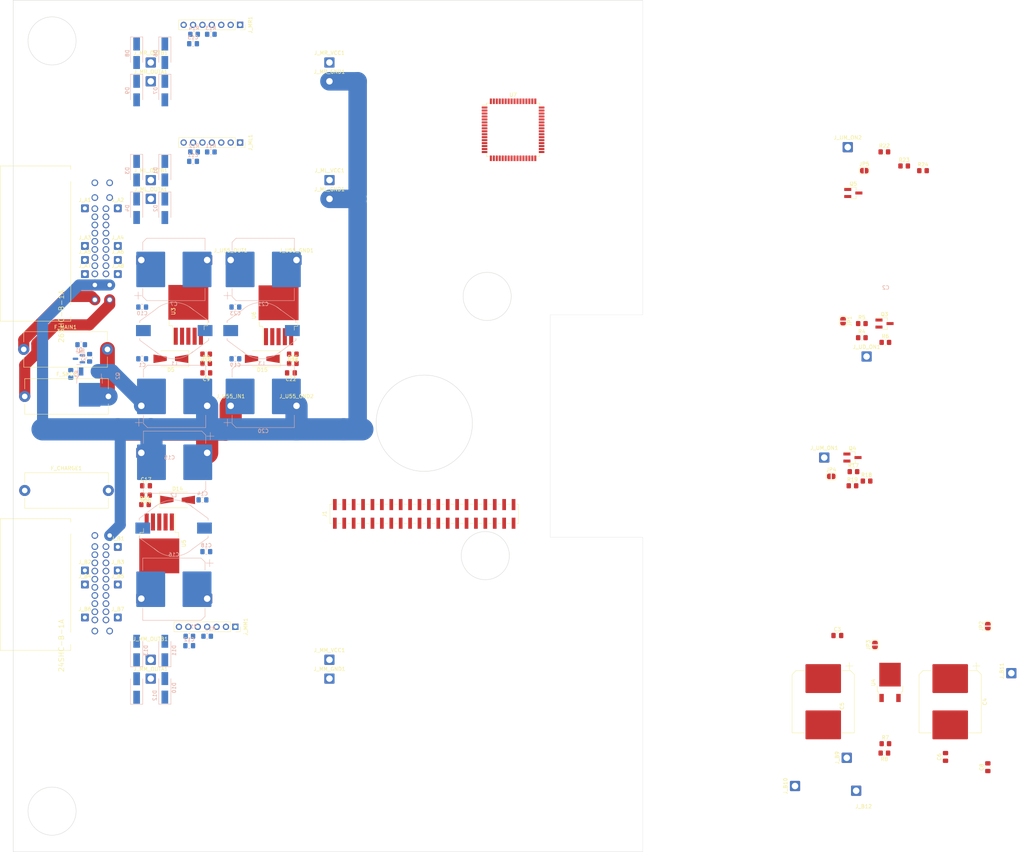
<source format=kicad_pcb>
(kicad_pcb (version 20211014) (generator pcbnew)
  (layers (0 "F.Cu" signal) (31 "B.Cu" signal) (34 "B.Paste" user) (35 "F.Paste" user) (36 "B.SilkS" user "B.Silkscreen") (37 "F.SilkS" user "F.Silkscreen") (38 "B.Mask" user) (39 "F.Mask" user) (44 "Edge.Cuts" user))
  (net 0 "")
  (net 1 "GNDPWR")
  (net 2 "Net-(J_A5-Pad1)")
  (net 3 "Net-(J_A6-Pad1)")
  (net 4 "Net-(J_B4-Pad1)")
  (net 5 "GNDD")
  (net 6 "UB")
  (net 7 "S_PON")
  (net 8 "MR_P")
  (net 9 "MR_N")
  (net 10 "ML_P")
  (net 11 "ML_N")
  (net 12 "U5SW")
  (net 13 "SIG1")
  (net 14 "SIG2")
  (net 15 "QUAD_L")
  (net 16 "A12_YELLOW")
  (net 17 "A13_BLACK")
  (net 18 "A14_RED")
  (net 19 "MAIN_BAT_SENSOR")
  (net 20 "SEC_BAT_SENSOR")
  (net 21 "Net-(F_MAIN1-Pad1)")
  (net 22 "Net-(F_SEC1-Pad1)")
  (net 23 "Net-(F_CHARGE1-Pad1)")
  (net 24 "BUZZER")
  (net 25 "BUMPER_BACK")
  (net 26 "BUMPER_LEFT")
  (net 27 "BUMPER_FRONT")
  (net 28 "BUMPER_RIGHt")
  (net 29 "COIL_YELLOW")
  (net 30 "COIL_BLUE")
  (net 31 "CONTACT_L")
  (net 32 "CONTACT_R")
  (net 33 "STOPSW_1")
  (net 34 "STOPSW_2")
  (net 35 "MM_P")
  (net 36 "MM_N")
  (net 37 "Net-(JP1-Pad2)")
  (net 38 "Net-(JP1-Pad1)")
  (net 39 "U_BAT_SW")
  (net 40 "Net-(C5-Pad1)")
  (net 41 "VCC")
  (net 42 "Net-(C9-Pad1)")
  (net 43 "U_CHARGE")
  (net 44 "Net-(J_A1-Pad1)")
  (net 45 "Net-(J_A2-Pad1)")
  (net 46 "Net-(J_A3-Pad1)")
  (net 47 "Net-(J_A4-Pad1)")
  (net 48 "Net-(J_A7-Pad1)")
  (net 49 "Net-(J_A8-Pad1)")
  (net 50 "Net-(J_B1-Pad1)")
  (net 51 "Net-(J_B2-Pad1)")
  (net 52 "Net-(J_B3-Pad1)")
  (net 53 "Net-(J_B5-Pad1)")
  (net 54 "Net-(J_B6-Pad1)")
  (net 55 "Net-(J_B7-Pad1)")
  (net 56 "ON_U24")
  (net 57 "Net-(R7-Pad2)")
  (net 58 "ML_CS")
  (net 59 "Net-(D5-Pad1)")
  (net 60 "ML_PWM")
  (net 61 "ML_INB")
  (net 62 "ML_INA")
  (net 63 "ML_EN")
  (net 64 "M_VCC")
  (net 65 "U_DRIVE")
  (net 66 "MR_CS")
  (net 67 "MM_CS")
  (net 68 "U_MOWER")
  (net 69 "MR_PWM")
  (net 70 "MR_INB")
  (net 71 "MR_INA")
  (net 72 "MR_EN")
  (net 73 "MM_PWM")
  (net 74 "MM_INB")
  (net 75 "MM_INA")
  (net 76 "MM_EN")
  (net 77 "Net-(J_ML1-Pad4)")
  (net 78 "Net-(J_MM1-Pad4)")
  (net 79 "Net-(J_MR1-Pad4)")
  (net 80 "Net-(C17-Pad1)")
  (net 81 "Net-(D14-Pad1)")
  (net 82 "Net-(JP4-Pad1)")
  (net 83 "Net-(JP4-Pad2)")
  (net 84 "U_55")
  (net 85 "Net-(C22-Pad1)")
  (net 86 "Net-(D15-Pad1)")
  (net 87 "Net-(JP5-Pad1)")
  (net 88 "Net-(JP5-Pad2)")
  (net 89 "Net-(Q1-Pad3)")
  (net 90 "Net-(Q1-Pad1)")
  (footprint "Connector_Wire:SolderWire-1sqmm_1x01_D1.4mm_OD2.7mm" (layer "F.Cu") (at 57.15 198.12)
    (fp_text reference "J_MM_OUTB1")
    (fp_text value "~")
  )
  (footprint "Connector_Wire:SolderWire-0.5sqmm_1x01_D0.9mm_OD2.1mm" (layer "F.Cu") (at 39.37 93.98)
    (fp_text reference "J_A7")
    (fp_text value "~")
  )
  (footprint "Capacitor_SMD:C_0805_2012Metric_Pad1.18x1.45mm_HandSolder" (layer "F.Cu") (at 283.21 227.13 90)
    (fp_text reference "C8")
    (fp_text value "0.1")
  )
  (footprint "Resistor_SMD:R_0805_2012Metric_Pad1.20x1.40mm_HandSolder" (layer "F.Cu") (at 246.92 147.32)
    (fp_text reference "R17")
    (fp_text value "~")
  )
  (footprint "Resistor_SMD:R_0805_2012Metric_Pad1.20x1.40mm_HandSolder" (layer "F.Cu") (at 249.19 111.14)
    (fp_text reference "R4")
    (fp_text value "10k")
  )
  (footprint "Connector_Wire:SolderWire-0.5sqmm_1x01_D0.9mm_OD2.1mm" (layer "F.Cu") (at 39.37 76.2)
    (fp_text reference "J_A1")
    (fp_text value "Conn_01x01_Female" hide)
  )
  (footprint "Connector_Wire:SolderWire-1sqmm_1x01_D1.4mm_OD2.7mm" (layer "F.Cu") (at 57.15 36.83)
    (fp_text reference "J_MR_OUTB1")
    (fp_text value "~")
  )
  (footprint "Connector_Wire:SolderWire-1sqmm_1x01_D1.4mm_OD2.7mm" (layer "F.Cu") (at 231.14 232.21 90)
    (fp_text reference "J_B10")
    (fp_text value "~")
  )
  (footprint "" (layer "F.Cu") (at 143.02 146.241075 -90)
    (fp_text reference "")
    (fp_text value "")
  )
  (footprint "Connector_Wire:SolderWire-0.5sqmm_1x01_D0.9mm_OD2.1mm" (layer "F.Cu") (at 39.37 177.8)
    (fp_text reference "J_B4")
    (fp_text value "~")
  )
  (footprint "Package_QFP:TQFP-64_14x14mm_P0.8mm" (layer "F.Cu") (at 155 55)
    (fp_text reference "U7")
    (fp_text value "ATmega128A-A")
  )
  (footprint "Capacitor_SMD:C_0805_2012Metric_Pad1.18x1.45mm_HandSolder" (layer "F.Cu") (at 72.1575 120.65 180)
    (fp_text reference "C9")
    (fp_text value "560pF")
  )
  (footprint "" (layer "F.Cu") (at 143.02 122.241075 -90)
    (fp_text reference "")
    (fp_text value "")
  )
  (footprint "Capacitor_SMD:C_0805_2012Metric_Pad1.18x1.45mm_HandSolder" (layer "F.Cu") (at 271.78 224.3575 90)
    (fp_text reference "C6")
    (fp_text value "0.1")
  )
  (footprint "Connector_PinSocket_2.54mm:PinSocket_1x07_P2.54mm_Vertical" (layer "F.Cu") (at 81.28 26.67 -90)
    (fp_text reference "J_MR1")
    (fp_text value "~")
  )
  (footprint "Connector_Wire:SolderWire-1sqmm_1x01_D1.4mm_OD2.7mm" (layer "F.Cu") (at 57.17 73.66)
    (fp_text reference "J_ML_OUTA1")
    (fp_text value "~")
  )
  (footprint "Connector_Wire:SolderWire-1sqmm_1x01_D1.4mm_OD2.7mm" (layer "F.Cu") (at 289.56 201.73 90)
    (fp_text reference "J_B11")
    (fp_text value "~")
  )
  (footprint "Package_TO_SOT_SMD:TO-252-2" (layer "F.Cu") (at 256.795 204.235 90)
    (fp_text reference "U4")
    (fp_text value "LM317_TO-252")
  )
  (footprint "Connector_Wire:SolderWire-1sqmm_1x01_D1.4mm_OD2.7mm" (layer "F.Cu") (at 72.39 142.24 180)
    (fp_text reference "J_UM_IN1" hide)
    (fp_text value "~")
  )
  (footprint "" (layer "F.Cu") (at 119.02 146.241075 -90)
    (fp_text reference "")
    (fp_text value "")
  )
  (footprint "Connector_Wire:SolderWire-1sqmm_1x01_D1.4mm_OD2.7mm" (layer "F.Cu") (at 72.39 90.17 -90)
    (fp_text reference "J_UD_GND2" hide)
    (fp_text value "~")
  )
  (footprint "Connector_PinSocket_2.54mm:PinSocket_1x07_P2.54mm_Vertical" (layer "F.Cu") (at 81.28 58.445 -90)
    (fp_text reference "J_ML1")
    (fp_text value "Conn_01x07" hide)
  )
  (footprint "Connector_Wire:SolderWire-1sqmm_1x01_D1.4mm_OD2.7mm" (layer "F.Cu") (at 245.11 224.59 90)
    (fp_text reference "J_B9")
    (fp_text value "~")
  )
  (footprint "Connector_Wire:SolderWire-0.5sqmm_1x01_D0.9mm_OD2.1mm" (layer "F.Cu") (at 39.37 86.36)
    (fp_text reference "J_A3")
    (fp_text value "~")
  )
  (footprint "Connector_Wire:SolderWire-0.5sqmm_1x01_D0.9mm_OD2.1mm" (layer "F.Cu") (at 48.26 173.99)
    (fp_text reference "J_B3")
    (fp_text value "~")
  )
  (footprint "Fuse:Fuseholder_Cylinder-5x20mm_Stelvio-Kontek_PTF78_Horizontal_Open" (layer "F.Cu") (at 23.12 127)
    (fp_text reference "F_SEC1")
    (fp_text value "6A")
  )
  (footprint "Package_TO_SOT_SMD:SOT-23_Handsoldering" (layer "F.Cu") (at 255.31 107.33)
    (fp_text reference "Q3")
    (fp_text value "BC847")
  )
  (footprint "Diode_SMD:D_SMA-SMB_Universal_Handsoldering" (layer "F.Cu") (at 64.41 154.94)
    (fp_text reference "D14")
    (fp_text value "~")
  )
  (footprint "Connector_PinSocket_2.54mm:PinSocket_2x20_P2.54mm_Vertical_SMD" (layer "F.Cu") (at 130.999711 158.73 90)
    (fp_text reference "J1")
    (fp_text value "RPi_GPIO")
  )
  (footprint "Connector_Wire:SolderWire-1sqmm_1x01_D1.4mm_OD2.7mm" (layer "F.Cu") (at 54.61 181.61 180)
    (fp_text reference "J_UM_GND2" hide)
    (fp_text value "~")
  )
  (footprint "Connector_Wire:SolderWire-1sqmm_1x01_D1.4mm_OD2.7mm" (layer "F.Cu") (at 105.41 198.12)
    (fp_text reference "J_MM_VCC1")
    (fp_text value "~")
  )
  (footprint "Connector_Wire:SolderWire-1sqmm_1x01_D1.4mm_OD2.7mm" (layer "F.Cu") (at 78.74 129.54)
    (fp_text reference "J_U55_IN1")
    (fp_text value "~")
  )
  (footprint "24SHC-B-1A:24SHC-B-1A" (layer "F.Cu") (at 35.56 162.56 90)
    (fp_text reference "U2")
    (fp_text value "24SHC-B-1A")
  )
  (footprint "Capacitor_SMD:C_0805_2012Metric_Pad1.18x1.45mm_HandSolder" (layer "F.Cu") (at 242.57 191.57)
    (fp_text reference "C3")
    (fp_text value "0.1")
  )
  (footprint "Capacitor_SMD:C_0805_2012Metric_Pad1.18x1.45mm_HandSolder" (layer "F.Cu") (at 95.0175 120.65 180)
    (fp_text reference "C22")
    (fp_text value "~")
  )
  (footprint "Connector_Wire:SolderWire-1sqmm_1x01_D1.4mm_OD2.7mm" (layer "F.Cu") (at 57.15 203.2)
    (fp_text reference "J_MM_OUTA1")
    (fp_text value "~")
  )
  (footprint "Connector_Wire:SolderWire-0.5sqmm_1x01_D0.9mm_OD2.1mm" (layer "F.Cu") (at 39.37 90.17)
    (fp_text reference "J_A5")
    (fp_text value "~")
  )
  (footprint "Resistor_SMD:R_0805_2012Metric_Pad1.20x1.40mm_HandSolder" (layer "F.Cu") (at 246.65 151.13)
    (fp_text reference "R19")
    (fp_text value "~")
  )
  (footprint "Connector_Wire:SolderWire-0.5sqmm_1x01_D0.9mm_OD2.1mm" (layer "F.Cu") (at 48.26 76.2)
    (fp_text reference "J_A2")
    (fp_text value "~")
  )
  (footprint "Connector_Wire:SolderWire-1sqmm_1x01_D1.4mm_OD2.7mm" (layer "F.Cu") (at 96.52 90.17)
    (fp_text reference "J_U55_GND1")
    (fp_text value "~")
  )
  (footprint "Connector_Wire:SolderWire-1sqmm_1x01_D1.4mm_OD2.7mm" (layer "F.Cu") (at 105.41 41.91)
    (fp_text reference "J_MR_GND1")
    (fp_text value "~")
  )
  (footprint "" (layer "F.Cu") (at 102.02 109.741075 -90)
    (fp_text reference "")
    (fp_text value "")
  )
  (footprint "Resistor_SMD:R_0805_2012Metric_Pad1.20x1.40mm_HandSolder" (layer "F.Cu") (at 255.54 220.78)
    (fp_text reference "R7")
    (fp_text value "~")
  )
  (footprint "Resistor_SMD:R_0805_2012Metric_Pad1.20x1.40mm_HandSolder" (layer "F.Cu") (at 55.61 156.21)
    (fp_text reference "R21")
    (fp_text value "~")
  )
  (footprint "Jumper:SolderJumper-2_P1.3mm_Open_RoundedPad1.0x1.5mm" (layer "F.Cu") (at 249.84 66.04)
    (fp_text reference "JP5")
    (fp_text value "~")
  )
  (footprint "Connector_Wire:SolderWire-1sqmm_1x01_D1.4mm_OD2.7mm" (layer "F.Cu") (at 245.38 59.69)
    (fp_text reference "J_UM_ON2")
    (fp_text value "~")
  )
  (footprint "Connector_Wire:SolderWire-0.5sqmm_1x01_D0.9mm_OD2.1mm" (layer "F.Cu") (at 48.26 186.69)
    (fp_text reference "J_B7")
    (fp_text value "~")
  )
  (footprint "Connector_Wire:SolderWire-1sqmm_1x01_D1.4mm_OD2.7mm" (layer "F.Cu") (at 54.61 90.17 -90)
    (fp_text reference "J_UD_OUT1" hide)
    (fp_text value "~")
  )
  (footprint "Connector_PinSocket_2.54mm:PinSocket_1x07_P2.54mm_Vertical" (layer "F.Cu") (at 80.01 189.23 -90)
    (fp_text reference "J_MM1")
    (fp_text value "~")
  )
  (footprint "" (layer "F.Cu") (at 102.02 158.741075 -90)
    (fp_text reference "")
    (fp_text value "")
  )
  (footprint "" (layer "F.Cu") (at 119.02 122.241075 -90)
    (fp_text reference "")
    (fp_text value "")
  )
  (footprint "Resistor_SMD:R_0805_2012Metric_Pad1.20x1.40mm_HandSolder" (layer "F.Cu") (at 72.12 115.57 180)
    (fp_text reference "R10")
    (fp_text value "~")
  )
  (footprint "Jumper:SolderJumper-2_P1.3mm_Open_RoundedPad1.0x1.5mm" (layer "F.Cu") (at 252.73 194.11 90)
    (fp_text reference "JP3")
    (fp_text value "~")
  )
  (footprint "Jumper:SolderJumper-2_P1.3mm_Open_RoundedPad1.0x1.5mm" (layer "F.Cu") (at 240.92 148.59)
    (fp_text reference "JP4")
    (fp_text value "~")
  )
  (footprint "Resistor_SMD:R_0805_2012Metric_Pad1.20x1.40mm_HandSolder" (layer "F.Cu") (at 255.54 112.41)
    (fp_text reference "R6")
    (fp_text value "100k")
  )
  (footprint "Capacitor_SMD:CP_Elec_16x17.5" (layer "F.Cu") (at 273.05 209.45 -90)
    (fp_text reference "C4")
    (fp_text value "~")
  )
  (footprint "Connector_Wire:SolderWire-0.5sqmm_1x01_D0.9mm_OD2.1mm" (layer "F.Cu") (at 48.26 167.64)
    (fp_text reference "J_B1")
    (fp_text value "~")
  )
  (footprint "Capacitor_SMD:C_0805_2012Metric_Pad1.18x1.45mm_HandSolder" (layer "F.Cu") (at 55.88 151.13)
    (fp_text reference "C17")
    (fp_text value "~")
  )
  (footprint "Connector_Wire:SolderWire-1sqmm_1x01_D1.4mm_OD2.7mm" (layer "F.Cu") (at 72.39 129.54 -90)
    (fp_text reference "J_UD_GND1" hide)
    (fp_text value "~")
  )
  (footprint "Resistor_SMD:R_0805_2012Metric_Pad1.20x1.40mm_HandSolder" (layer "F.Cu") (at 255.27 60.96)
    (fp_text reference "R22")
    (fp_text value "~")
  )
  (footprint "Connector_Wire:SolderWire-1sqmm_1x01_D1.4mm_OD2.7mm" (layer "F.Cu") (at 250.46 116.22)
    (fp_text reference "J_UD_ON1")
    (fp_text value "~")
  )
  (footprint "Connector_Wire:SolderWire-0.5sqmm_1x01_D0.9mm_OD2.1mm" (layer "F.Cu") (at 48.26 86.36)
    (fp_text reference "J_A4")
    (fp_text value "~")
  )
  (footprint "Connector_Wire:SolderWire-1sqmm_1x01_D1.4mm_OD2.7mm" (layer "F.Cu") (at 105.43 68.58)
    (fp_text reference "J_ML_VCC1")
    (fp_text value "~")
  )
  (footprint "Resistor_SMD:R_0805_2012Metric_Pad1.20x1.40mm_HandSolder" (layer "F.Cu") (at 260.62 64.77)
    (fp_text reference "R23")
    (fp_text value "~")
  )
  (footprint "Resistor_SMD:R_0805_2012Metric_Pad1.20x1.40mm_HandSolder" (layer "F.Cu") (at 255.27 223.32 180)
    (fp_text reference "R8")
    (fp_text value "~")
  )
  (footprint "Connector_Wire:SolderWire-0.5sqmm_1x01_D0.9mm_OD2.1mm" (layer "F.Cu") (at 39.37 186.69)
    (fp_text reference "J_B6")
    (fp_text value "~")
  )
  (footprint "Connector_Wire:SolderWire-1sqmm_1x01_D1.4mm_OD2.7mm" (layer "F.Cu") (at 105.43 73.66)
    (fp_text reference "J_ML_GND1")
    (fp_text value "~")
  )
  (footprint "Connector_Wire:SolderWire-1sqmm_1x01_D1.4mm_OD2.7mm" (layer "F.Cu") (at 247.65 233.48)
    (fp_text reference "J_B12")
    (fp_text value "~")
  )
  (footprint "Connector_Wire:SolderWire-1sqmm_1x01_D1.4mm_OD2.7mm" (layer "F.Cu") (at 57.15 41.91)
    (fp_text reference "J_MR_OUTA1")
    (fp_text value "~")
  )
  (footprint "" (layer "F.Cu") (at 160.02 109.741075 -90)
    (fp_text reference "")
    (fp_text value "")
  )
  (footprint "Connector_Wire:SolderWire-1sqmm_1x01_D1.4mm_OD2.7mm" (layer "F.Cu") (at 54.61 142.24 180)
    (fp_text reference "J_UM_GND1" hide)
    (fp_text value "~")
  )
  (footprint "Connector_Wire:SolderWire-1sqmm_1x01_D1.4mm_OD2.7mm" (layer "F.Cu") (at 54.61 129.54 -90)
    (fp_text reference "J_UD_IN1" hide)
    (fp_text value "~")
  )
  (footprint "Resistor_SMD:R_0805_2012Metric_Pad1.20x1.40mm_HandSolder" (layer "F.Cu") (at 250.46 149.86)
    (fp_text reference "R18")
    (fp_text value "~")
  )
  (footprint "26SHC-B-1A:26SHC-B-1A" (layer "F.Cu") (at 35.56 67.31 90)
    (fp_text reference "U1")
    (fp_text value "26SHC-B-1A")
  )
  (footprint "Connector_Wire:SolderWire-0.5sqmm_1x01_D0.9mm_OD2.1mm" (layer "F.Cu") (at 48.26 93.98)
    (fp_text reference "J_A8")
    (fp_text value "~")
  )
  (footprint "Resistor_SMD:R_0805_2012Metric_Pad1.20x1.40mm_HandSolder" (layer "F.Cu") (at 249.19 107.33)
    (fp_text reference "R5")
    (fp_text value "47k")
  )
  (footprint "Capacitor_SMD:CP_Elec_16x17.5" (layer "F.Cu") (at 238.76 209.45 -90)
    (fp_text reference "C5")
    (fp_text value "~")
  )
  (footprint "Connector_Wire:SolderWire-0.5sqmm_1x01_D0.9mm_OD2.1mm" (layer "F.Cu") (at 39.37 173.99)
    (fp_text reference "J_B2")
    (fp_text value "~")
  )
  (footprint "Package_TO_SOT_SMD:TO-263-5_TabPin3" (layer "F.Cu") (at 91.675 105.09 90)
    (fp_text reference "U6")
    (fp_text value "~")
  )
  (footprint "Connector_Wire:SolderWire-1sqmm_1x01_D1.4mm_OD2.7mm" (layer "F.Cu") (at 78.74 90.17)
    (fp_text reference "J_U55_OUT1")
    (fp_text value "~")
  )
  (footprint "Package_TO_SOT_SMD:SOT-23_Handsoldering" (layer "F.Cu") (at 246.65 143.51)
    (fp_text reference "Q4")
    (fp_text value "~")
  )
  (footprint "Connector_Wire:SolderWire-1sqmm_1x01_D1.4mm_OD2.7mm" (layer "F.Cu") (at 96.52 129.54)
    (fp_text reference "J_U55_GND2")
    (fp_text value "~")
  )
  (footprint "Connector_Wire:SolderWire-0.5sqmm_1x01_D0.9mm_OD2.1mm" (layer "F.Cu") (at 48.26 177.8)
    (fp_text reference "J_B5")
    (fp_text value "~")
  )
  (footprint "Resistor_SMD:R_0805_2012Metric_Pad1.20x1.40mm_HandSolder" (layer "F.Cu") (at 95.52 118.11)
    (fp_text reference "R25")
    (fp_text value "~")
  )
  (footprint "Resistor_SMD:R_0805_2012Metric_Pad1.20x1.40mm_HandSolder" (layer "F.Cu") (at 265.7 66.04)
    (fp_text reference "R24")
    (fp_text value "~")
  )
  (footprint "Jumper:SolderJumper-2_P1.3mm_Open_RoundedPad1.0x1.5mm" (layer "F.Cu") (at 283.21 189.03 90)
    (fp_text reference "JP2")
    (fp_text value "SolderJumper_2_Open")
  )
  (footprint "Connector_Wire:SolderWire-1sqmm_1x01_D1.4mm_OD2.7mm" (layer "F.Cu") (at 72.39 181.61 180)
    (fp_text reference "J_UM_OUT1" hide)
    (fp_text value "~")
  )
  (footprint "Diode_SMD:D_SMA-SMB_Universal_Handsoldering" (layer "F.Cu") (at 62.59 116.84 180)
    (fp_text reference "D5")
    (fp_text value "~")
  )
  (footprint "" (layer "F.Cu") (at 160.02 158.741075 -90)
    (fp_text reference "")
    (fp_text value "")
  )
  (footprint "Package_TO_SOT_SMD:TO-263-5_TabPin3" (layer "F.Cu") (at 59.455 166.69 -90)
    (fp_text reference "U5")
    (fp_text value "~")
  )
  (footprint "Fuse:Fuseholder_Cylinder-5x20mm_Stelvio-Kontek_PTF78_Horizontal_Open" (layer "F.Cu") (at 22.86 114.3)
    (fp_text reference "F_MAIN1")
    (fp_text value "6A")
  )
  (footprint "Connector_Wire:SolderWire-1sqmm_1x01_D1.4mm_OD2.7mm" (layer "F.Cu") (at 57.17 68.58)
    (fp_text reference "J_ML_OUTB1")
    (fp_text value "~")
  )
  (footprint "Jumper:SolderJumper-2_P1.3mm_Open_RoundedPad1.0x1.5mm" (layer "F.Cu") (at 244.11 106.68 -90)
    (fp_text reference "JP1")
    (fp_text value "SolderJumper_2_Open")
  )
  (footprint "Connector_Wire:SolderWire-1sqmm_1x01_D1.4mm_OD2.7mm" (layer "F.Cu") (at 105.41 203.2)
    (fp_text reference "J_MM_GND1")
    (fp_text value "~")
  )
  (footprint "Diode_SMD:D_SMA-SMB_Universal_Handsoldering" (layer "F.Cu") (at 87.27 116.84 180)
    (fp_text reference "D15")
    (fp_text value "~")
  )
  (footprint "Resistor_SMD:R_0805_2012Metric_Pad1.20x1.40mm_HandSolder" (layer "F.Cu") (at 72.12 118.11)
    (fp_text reference "R9")
    (fp_text value "~")
  )
  (footprint "Package_TO_SOT_SMD:TO-263-5_TabPin3" (layer "F.Cu") (at 67.31 104.975 90)
    (fp_text reference "U3")
    (fp_text value "LM2596S-ADJ")
  )
  (footprint "Resistor_SMD:R_0805_2012Metric_Pad1.20x1.40mm_HandSolder" (layer "F.Cu") (at 95.52 115.57 180)
    (fp_text reference "R26")
    (fp_text value "~")
  )
  (footprint "Connector_Wire:SolderWire-0.5sqmm_1x01_D0.9mm_OD2.1mm" (layer "F.Cu") (at 48.26 90.17)
    (fp_text reference "J_A6")
    (fp_text value "~")
  )
  (footprint "Connector_Wire:SolderWire-1sqmm_1x01_D1.4mm_OD2.7mm" (layer "F.Cu") (at 239.03 143.51)
    (fp_text reference "J_UM_ON1")
    (fp_text value "~")
  )
  (footprint "Resistor_SMD:R_0805_2012Metric_Pad1.20x1.40mm_HandSolder" (layer "F.Cu") (at 55.88 153.67 180)
    (fp_text reference "R20")
    (fp_text value "~")
  )
  (footprint "Package_TO_SOT_SMD:SOT-23_Handsoldering" (layer "F.Cu") (at 246.88 72.07)
    (fp_text reference "Q5")
    (fp_text value "~")
  )
  (footprint "Connector_Wire:SolderWire-1sqmm_1x01_D1.4mm_OD2.7mm" (layer "F.Cu") (at 105.41 36.83)
    (fp_text reference "J_MR_VCC1")
    (fp_text value "~")
  )
  (footprint "Fuse:Fuseholder_Cylinder-5x20mm_Stelvio-Kontek_PTF78_Horizontal_Open" (layer "F.Cu") (at 23.12 152.4)
    (fp_text reference "F_CHARGE1")
    (fp_text value "4A")
  )
  (footprint "Resistor_SMD:R_0805_2012Metric_Pad1.20x1.40mm_HandSolder" (layer "B.Cu") (at 67.58 191.77 180)
    (fp_text reference "R16")
    (fp_text value "~")
  )
  (footprint "Capacitor_SMD:CP_Elec_16x17.5" (layer "B.Cu") (at 87.53 92.71)
    (fp_text reference "C21")
    (fp_text value "~")
  )
  (footprint "Diode_SMD:D_SMA_Handsoldering" (layer "B.Cu") (at 53.34 44.41 -90)
    (fp_text reference "D9")
    (fp_text value "~")
  )
  (footprint "Inductor_SMD:L_Fastron_PISR_Handsoldering" (layer "B.Cu") (at 63.336648 162.559647 180)
    (fp_text reference "L2")
    (fp_text value "33uH")
  )
  (footprint "Package_TO_SOT_SMD:SOT-23" (layer "B.Cu") (at 37.7675 116.84 180)
    (fp_text reference "Q1")
    (fp_text value "BC847")
  )
  (footprint "Diode_SMD:D_SMA_Handsoldering" (layer "B.Cu") (at 60.96 66.04 -90)
    (fp_text reference "D1")
    (fp_text value "~")
  )
  (footprint "Capacitor_SMD:C_0805_2012Metric_Pad1.18x1.45mm_HandSolder" (layer "B.Cu") (at 72.1575 168.91 180)
    (fp_text reference "C18")
    (fp_text value "~")
  )
  (footprint "Capacitor_SMD:CP_Elec_16x17.5" (layer "B.Cu") (at 63.6 144.78 180)
    (fp_text reference "C15")
    (fp_text value "~")
  )
  (footprint "Resistor_SMD:R_0805_2012Metric_Pad1.20x1.40mm_HandSolder" (layer "B.Cu") (at 73.39 60.985 180)
    (fp_text reference "R11")
    (fp_text value "~")
  )
  (footprint "Capacitor_SMD:C_0805_2012Metric_Pad1.18x1.45mm_HandSolder" (layer "B.Cu") (at 80.01 102.87)
    (fp_text reference "C23")
    (fp_text value "~")
  )
  (footprint "Diode_SMD:D_SMA_Handsoldering" (layer "B.Cu") (at 60.96 195.62 90)
    (fp_text reference "D11")
    (fp_text value "~")
  )
  (footprint "Capacitor_SMD:C_0805_2012Metric_Pad1.18x1.45mm_HandSolder" (layer "B.Cu") (at 67.5425 194.31 180)
    (fp_text reference "C12")
    (fp_text value "~")
  )
  (footprint "Capacitor_SMD:C_0805_2012Metric_Pad1.18x1.45mm_HandSolder" (layer "B.Cu") (at 54.8425 116.84)
    (fp_text reference "C1")
    (fp_text value "0.1")
  )
  (footprint "Capacitor_SMD:C_0805_2012Metric_Pad1.18x1.45mm_HandSolder" (layer "B.Cu") (at 68.58 31.75 180)
    (fp_text reference "C13")
    (fp_text value "~")
  )
  (footprint "Inductor_SMD:L_Fastron_PISR_Handsoldering" (layer "B.Cu") (at 63.5 109.22)
    (fp_text reference "L1")
    (fp_text value "33uH")
  )
  (footprint "Diode_SMD:D_SMA_Handsoldering" (layer "B.Cu") (at 53.34 205.74 90)
    (fp_text reference "D12")
    (fp_text value "~")
  )
  (footprint "Diode_SMD:D_SMA_Handsoldering" (layer "B.Cu") (at 60.96 76.2 -90)
    (fp_text reference "D2")
    (fp_text value "~")
  )
  (footprint "Diode_SMD:D_SMA_Handsoldering" (layer "B.Cu") (at 60.96 44.41 -90)
    (fp_text reference "D7")
    (fp_text value "~")
  )
  (footprint "Capacitor_SMD:C_0805_2012Metric_Pad1.18x1.45mm_HandSolder" (layer "B.Cu") (at 71.12 154.94 180)
    (fp_text reference "C14")
    (fp_text value "~")
  )
  (footprint "Package_TO_SOT_SMD:TO-252-2" (layer "B.Cu") (at 40.64 124.46 -90)
    (fp_text reference "Q2")
    (fp_text value "TSM480P06CP")
  )
  (footprint "Resistor_SMD:R_0805_2012Metric_Pad1.20x1.40mm_HandSolder" (layer "B.Cu") (at 35.56 120.92 90)
    (fp_text reference "R3")
    (fp_text value "330k")
  )
  (footprint "Resistor_SMD:R_0805_2012Metric_Pad1.20x1.40mm_HandSolder" (layer "B.Cu") (at 68.85 29.21 180)
    (fp_text reference "R14")
    (fp_text value "~")
  )
  (footprint "Diode_SMD:D_SMA_Handsoldering" (layer "B.Cu") (at 60.96 205.7 90)
    (fp_text reference "D10")
    (fp_text value "~")
  )
  (footprint "Resistor_SMD:R_0805_2012Metric_Pad1.20x1.40mm_HandSolder" (layer "B.Cu") (at 72.39 191.77 180)
    (fp_text reference "R15")
    (fp_text value "~")
  )
  (footprint "Resistor_SMD:R_0805_2012Metric_Pad1.20x1.40mm_HandSolder" (layer "B.Cu") (at 73.39 29.21 180)
    (fp_text reference "R13")
    (fp_text value "~")
  )
  (footprint "Capacitor_SMD:CP_Elec_16x17.5" (layer "B.Cu") (at 63.6 127)
    (fp_text reference "C2")
    (fp_text value "680uF/50V")
  )
  (footprint "Capacitor_SMD:C_0805_2012Metric_Pad1.18x1.45mm_HandSolder" (layer "B.Cu") (at 80.01 116.84)
    (fp_text reference "C19")
    (fp_text value "~")
  )
  (footprint "Capacitor_SMD:C_0805_2012Metric_Pad1.18x1.45mm_HandSolder" (layer "B.Cu") (at 54.8425 102.87)
    (fp_text reference "C10")
    (fp_text value "0.1")
  )
  (footprint "Diode_SMD:D_SMA_Handsoldering" (layer "B.Cu") (at 53.34 195.62 90)
    (fp_text reference "D13")
    (fp_text value "~")
  )
  (footprint "Inductor_SMD:L_Fastron_PISR_Handsoldering" (layer "B.Cu") (at 87.07 109.22)
    (fp_text reference "L3")
    (fp_text value "33uH")
  )
  (footprint "Resistor_SMD:R_0805_2012Metric_Pad1.20x1.40mm_HandSolder" (layer "B.Cu") (at 40.64 116.57 -90)
    (fp_text reference "R2")
    (fp_text value "47k")
  )
  (footprint "Diode_SMD:D_SMA_Handsoldering" (layer "B.Cu") (at 53.34 66.04 -90)
    (fp_text reference "D3")
    (fp_text value "~")
  )
  (footprint "Diode_SMD:D_SMA_Handsoldering" (layer "B.Cu") (at 53.34 76.185 -90)
    (fp_text reference "D4")
    (fp_text value "~")
  )
  (footprint "Diode_SMD:D_SMA_Handsoldering" (layer "B.Cu") (at 60.96 34.33 -90)
    (fp_text reference "D6")
    (fp_text value "~")
  )
  (footprint "Capacitor_SMD:CP_Elec_16x17.5" (layer "B.Cu") (at 63.4 92.71)
    (fp_text reference "C7")
    (fp_text value "220uF/40V")
  )
  (footprint "Capacitor_SMD:CP_Elec_16x17.5" (layer "B.Cu") (at 63.4 179.07 180)
    (fp_text reference "C16")
    (fp_text value "~")
  )
  (footprint "Capacitor_SMD:CP_Elec_16x17.5" (layer "B.Cu") (at 87.53 127)
    (fp_text reference "C20")
    (fp_text value "~")
  )
  (footprint "Diode_SMD:D_SMA_Handsoldering" (layer "B.Cu") (at 53.34 34.33 -90)
    (fp_text reference "D8")
    (fp_text value "~")
  )
  (footprint "Resistor_SMD:R_0805_2012Metric_Pad1.20x1.40mm_HandSolder" (layer "B.Cu") (at 68.85 60.985 180)
    (fp_text reference "R12")
    (fp_text value "~")
  )
  (footprint "Resistor_SMD:R_0805_2012Metric_Pad1.20x1.40mm_HandSolder" (layer "B.Cu") (at 38.37 113.03)
    (fp_text reference "R1")
    (fp_text value "10k")
  )
  (footprint "Capacitor_SMD:C_0805_2012Metric_Pad1.18x1.45mm_HandSolder" (layer "B.Cu") (at 68.58 63.525 180)
    (fp_text reference "C11")
    (fp_text value "~")
  )
  (gr_line (start 165 105) (end 190 105) (layer "Edge.Cuts") (width 0.05))
  (gr_circle locked (center 148 100) (end 154.5 100) (layer "Edge.Cuts") (width 0.1) (fill none))
  (gr_line locked (start 20 250) (end 20 20) (layer "Edge.Cuts") (width 0.1))
  (gr_circle (center 131.02 134.241075) (end 144.02 134.241075) (layer "Edge.Cuts") (width 0.1) (fill none))
  (gr_line locked (start 190 250) (end 20 250) (layer "Edge.Cuts") (width 0.1))
  (gr_line (start 190 165) (end 165 165) (layer "Edge.Cuts") (width 0.05))
  (gr_circle locked (center 30.5 239) (end 37 239) (layer "Edge.Cuts") (width 0.1) (fill none))
  (gr_line (start 190 105) (end 190 20) (layer "Edge.Cuts") (width 0.05))
  (gr_line (start 165 165) (end 165 105) (layer "Edge.Cuts") (width 0.05))
  (gr_line (start 190 250) (end 190 165) (layer "Edge.Cuts") (width 0.05))
  (gr_line locked (start 20 20) (end 190 20) (layer "Edge.Cuts") (width 0.1))
  (gr_circle locked (center 30.5 31) (end 37 31) (layer "Edge.Cuts") (width 0.1) (fill none))
  (gr_circle locked (center 147.5 170) (end 154 170) (layer "Edge.Cuts") (width 0.1) (fill none))
  (segment (start 57.15 135.89) (end 72.39 135.89) (width 6) (layer "B.Cu") (net 1))
  (segment (start 57.35 144.78) (end 57.35 136.09) (width 6) (layer "B.Cu") (net 1))
  (segment (start 113.03 41.91) (end 105.41 41.91) (width 5) (layer "B.Cu") (net 1))
  (segment (start 42.06 96.91) (end 46.06 96.91) (width 3) (layer "B.Cu") (net 1))
  (segment (start 57.35 136.09) (end 57.15 135.89) (width 6) (layer "B.Cu") (net 1))
  (segment (start 109.22 135.89) (end 114.3 135.89) (width 6) (layer "B.Cu") (net 1))
  (segment (start 114.3 135.89) (end 113.03 134.62) (width 5) (layer "B.Cu") (net 1))
  (segment (start 96.52 135.89) (end 109.22 135.89) (width 6) (layer "B.Cu") (net 1))
  (segment (start 27.94 106.778919) (end 27.94 135.89) (width 3) (layer "B.Cu") (net 1))
  (segment (start 48.26 135.89) (end 57.15 135.89) (width 6) (layer "B.Cu") (net 1))
  (segment (start 48.919511 136.549511) (end 48.26 135.89) (width 3) (layer "B.Cu") (net 1))
  (segment (start 113.03 72.39) (end 113.03 41.91) (width 5) (layer "B.Cu") (net 1))
  (segment (start 72.39 135.89) (end 72.39 129.54) (width 6) (layer "B.Cu") (net 1))
  (segment (start 96.52 129.54) (end 96.52 135.89) (width 6) (layer "B.Cu") (net 1))
  (segment (start 96.52 135.89) (end 72.39 135.89) (width 6) (layer "B.Cu") (net 1))
  (segment (start 105.43 73.66) (end 113.03 73.66) (width 5) (layer "B.Cu") (net 1))
  (segment (start 27.94 135.89) (end 48.26 135.89) (width 6) (layer "B.Cu") (net 1))
  (segment (start 113.03 134.62) (end 113.03 74.93) (width 5) (layer "B.Cu") (net 1))
  (segment (start 48.919511 161.700489) (end 48.919511 136.549511) (width 3) (layer "B.Cu") (net 1))
  (segment (start 46.06 164.56) (end 48.919511 161.700489) (width 3) (layer "B.Cu") (net 1))
  (segment (start 37.808919 96.91) (end 27.94 106.778919) (width 3) (layer "B.Cu") (net 1))
  (segment (start 42.06 96.91) (end 37.808919 96.91) (width 3) (layer "B.Cu") (net 1))
  (segment (start 45.46 126.74) (end 45.72 127) (width 4) (layer "F.Cu") (net 6))
  (segment (start 45.46 114.3) (end 45.46 126.74) (width 4) (layer "F.Cu") (net 6))
  (segment (start 45.72 127) (end 41.08 127) (width 5) (layer "B.Cu") (net 6))
  (segment (start 41.08 127) (end 40.64 126.56) (width 5) (layer "B.Cu") (net 6))
  (segment (start 42.06 100.91) (end 41.16 100.01) (width 3) (layer "F.Cu") (net 21))
  (segment (start 41.16 100.01) (end 34.61 100.01) (width 3) (layer "F.Cu") (net 21))
  (segment (start 34.61 100.01) (end 22.86 111.76) (width 3) (layer "F.Cu") (net 21))
  (segment (start 22.86 111.76) (end 22.86 114.3) (width 3) (layer "F.Cu") (net 21))
  (segment (start 26.392402 112.752402) (end 26.392402 115.292402) (width 3) (layer "F.Cu") (net 22))
  (segment (start 46.06 102.182792) (end 40.57039 107.672402) (width 3) (layer "F.Cu") (net 22))
  (segment (start 23.12 118.564804) (end 23.12 127) (width 3) (layer "F.Cu") (net 22))
  (segment (start 31.472402 107.672402) (end 26.392402 112.752402) (width 3) (layer "F.Cu") (net 22))
  (segment (start 26.392402 115.292402) (end 23.12 118.564804) (width 3) (layer "F.Cu") (net 22))
  (segment (start 46.06 100.91) (end 46.06 102.182792) (width 3) (layer "F.Cu") (net 22))
  (segment (start 40.57039 107.672402) (end 31.472402 107.672402) (width 3) (layer "F.Cu") (net 22))
  (segment (start 54.69254 135.97254) (end 71.12 135.97254) (width 6) (layer "F.Cu") (net 39))
  (segment (start 77.38746 135.97254) (end 71.12 135.97254) (width 6) (layer "F.Cu") (net 39))
  (segment (start 71.12 135.97254) (end 72.39 137.24254) (width 6) (layer "F.Cu") (net 39))
  (segment (start 54.61 135.89) (end 54.69254 135.97254) (width 6) (layer "F.Cu") (net 39))
  (segment (start 78.74 129.54) (end 78.74 134.62) (width 6) (layer "F.Cu") (net 39))
  (segment (start 72.39 137.24254) (end 72.39 142.24) (width 6) (layer "F.Cu") (net 39))
  (segment (start 49.337117 135.97254) (end 54.69254 135.97254) (width 6) (layer "F.Cu") (net 39))
  (segment (start 78.74 134.62) (end 77.38746 135.97254) (width 6) (layer "F.Cu") (net 39))
  (via (at 54.61 129.54) (size 0.8) (drill 0.4) (layers "F.Cu" "B.Cu") (net 39))
  (segment (start 54.61 128.27) (end 54.61 129.54) (width 4) (layer "B.Cu") (net 39))
  (segment (start 46.6 120.26) (end 54.61 128.27) (width 4) (layer "B.Cu") (net 39))
  (segment (start 42.92 120.26) (end 46.6 120.26) (width 4) (layer "B.Cu") (net 39))
)
</source>
